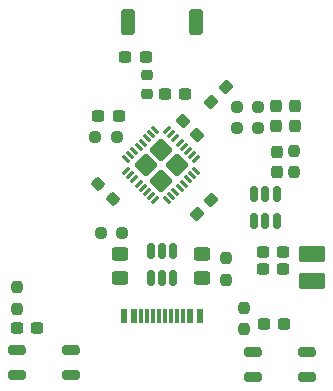
<source format=gtp>
G04 #@! TF.GenerationSoftware,KiCad,Pcbnew,8.0.7-8.0.7-0~ubuntu24.04.1*
G04 #@! TF.CreationDate,2025-01-27T17:00:14+01:00*
G04 #@! TF.ProjectId,KICad_Files,4b494361-645f-4466-996c-65732e6b6963,1*
G04 #@! TF.SameCoordinates,Original*
G04 #@! TF.FileFunction,Paste,Top*
G04 #@! TF.FilePolarity,Positive*
%FSLAX46Y46*%
G04 Gerber Fmt 4.6, Leading zero omitted, Abs format (unit mm)*
G04 Created by KiCad (PCBNEW 8.0.7-8.0.7-0~ubuntu24.04.1) date 2025-01-27 17:00:14*
%MOMM*%
%LPD*%
G01*
G04 APERTURE LIST*
G04 Aperture macros list*
%AMRoundRect*
0 Rectangle with rounded corners*
0 $1 Rounding radius*
0 $2 $3 $4 $5 $6 $7 $8 $9 X,Y pos of 4 corners*
0 Add a 4 corners polygon primitive as box body*
4,1,4,$2,$3,$4,$5,$6,$7,$8,$9,$2,$3,0*
0 Add four circle primitives for the rounded corners*
1,1,$1+$1,$2,$3*
1,1,$1+$1,$4,$5*
1,1,$1+$1,$6,$7*
1,1,$1+$1,$8,$9*
0 Add four rect primitives between the rounded corners*
20,1,$1+$1,$2,$3,$4,$5,0*
20,1,$1+$1,$4,$5,$6,$7,0*
20,1,$1+$1,$6,$7,$8,$9,0*
20,1,$1+$1,$8,$9,$2,$3,0*%
G04 Aperture macros list end*
%ADD10RoundRect,0.237500X-0.237500X0.250000X-0.237500X-0.250000X0.237500X-0.250000X0.237500X0.250000X0*%
%ADD11RoundRect,0.237500X-0.300000X-0.237500X0.300000X-0.237500X0.300000X0.237500X-0.300000X0.237500X0*%
%ADD12RoundRect,0.237500X0.300000X0.237500X-0.300000X0.237500X-0.300000X-0.237500X0.300000X-0.237500X0*%
%ADD13RoundRect,0.237500X-0.250000X-0.237500X0.250000X-0.237500X0.250000X0.237500X-0.250000X0.237500X0*%
%ADD14RoundRect,0.237500X-0.044194X-0.380070X0.380070X0.044194X0.044194X0.380070X-0.380070X-0.044194X0*%
%ADD15RoundRect,0.237500X0.237500X-0.300000X0.237500X0.300000X-0.237500X0.300000X-0.237500X-0.300000X0*%
%ADD16RoundRect,0.237500X0.237500X-0.250000X0.237500X0.250000X-0.237500X0.250000X-0.237500X-0.250000X0*%
%ADD17R,0.600000X1.160000*%
%ADD18R,0.300000X1.160000*%
%ADD19RoundRect,0.250001X0.849999X-0.462499X0.849999X0.462499X-0.849999X0.462499X-0.849999X-0.462499X0*%
%ADD20RoundRect,0.150000X-0.150000X0.512500X-0.150000X-0.512500X0.150000X-0.512500X0.150000X0.512500X0*%
%ADD21RoundRect,0.250000X0.350000X0.850000X-0.350000X0.850000X-0.350000X-0.850000X0.350000X-0.850000X0*%
%ADD22RoundRect,0.237500X0.250000X0.237500X-0.250000X0.237500X-0.250000X-0.237500X0.250000X-0.237500X0*%
%ADD23RoundRect,0.200000X0.550000X-0.200000X0.550000X0.200000X-0.550000X0.200000X-0.550000X-0.200000X0*%
%ADD24RoundRect,0.200000X0.525000X-0.200000X0.525000X0.200000X-0.525000X0.200000X-0.525000X-0.200000X0*%
%ADD25RoundRect,0.218750X0.256250X-0.218750X0.256250X0.218750X-0.256250X0.218750X-0.256250X-0.218750X0*%
%ADD26RoundRect,0.250000X0.450000X-0.325000X0.450000X0.325000X-0.450000X0.325000X-0.450000X-0.325000X0*%
%ADD27RoundRect,0.237500X-0.344715X0.008839X0.008839X-0.344715X0.344715X-0.008839X-0.008839X0.344715X0*%
%ADD28RoundRect,0.237500X-0.380070X0.044194X0.044194X-0.380070X0.380070X-0.044194X-0.044194X0.380070X0*%
%ADD29RoundRect,0.250000X-0.700036X0.000000X0.000000X-0.700036X0.700036X0.000000X0.000000X0.700036X0*%
%ADD30RoundRect,0.062500X-0.282843X0.194454X0.194454X-0.282843X0.282843X-0.194454X-0.194454X0.282843X0*%
%ADD31RoundRect,0.062500X-0.282843X-0.194454X-0.194454X-0.282843X0.282843X0.194454X0.194454X0.282843X0*%
%ADD32RoundRect,0.237500X-0.237500X0.300000X-0.237500X-0.300000X0.237500X-0.300000X0.237500X0.300000X0*%
G04 APERTURE END LIST*
D10*
X94500001Y-105137501D03*
X94500001Y-106962501D03*
D11*
X115437501Y-108300001D03*
X117162501Y-108300001D03*
D12*
X105400001Y-85700001D03*
X103675001Y-85700001D03*
D13*
X101612501Y-100525001D03*
X103437501Y-100525001D03*
D11*
X94512501Y-108625001D03*
X96237501Y-108625001D03*
D14*
X110965121Y-89434881D03*
X112184881Y-88215121D03*
D15*
X116525001Y-95387501D03*
X116525001Y-93662501D03*
D16*
X113700001Y-108712501D03*
X113700001Y-106887501D03*
D17*
X103600001Y-107590001D03*
X104400001Y-107590001D03*
D18*
X105550001Y-107590001D03*
X106550001Y-107590001D03*
X107050001Y-107590001D03*
X108050001Y-107590001D03*
D17*
X109200001Y-107590001D03*
X110000001Y-107590001D03*
X110000001Y-107590001D03*
X109200001Y-107590001D03*
D18*
X108550001Y-107590001D03*
X107550001Y-107590001D03*
X106050001Y-107590001D03*
X105050001Y-107590001D03*
D17*
X104400001Y-107590001D03*
X103600001Y-107590001D03*
D19*
X119500001Y-104662501D03*
X119500001Y-102337501D03*
D10*
X118000001Y-93612501D03*
X118000001Y-95437501D03*
D20*
X116500001Y-97300001D03*
X115550001Y-97300001D03*
X114600001Y-97300001D03*
X114600001Y-99575001D03*
X115550001Y-99575001D03*
X116500001Y-99575001D03*
D21*
X109650001Y-82700001D03*
X103950001Y-82700001D03*
D13*
X101137501Y-92425001D03*
X102962501Y-92425001D03*
D22*
X114962501Y-91675001D03*
X113137501Y-91675001D03*
D23*
X114500001Y-112750001D03*
X119100001Y-112750001D03*
D24*
X114525001Y-110650001D03*
X119050001Y-110650001D03*
D25*
X105500001Y-88787501D03*
X105500001Y-87212501D03*
D22*
X114962501Y-89875001D03*
X113137501Y-89875001D03*
D26*
X103250001Y-104375001D03*
X103250001Y-102325001D03*
D20*
X107750001Y-102062501D03*
X106800001Y-102062501D03*
X105850001Y-102062501D03*
X105850001Y-104337501D03*
X106800001Y-104337501D03*
X107750001Y-104337501D03*
D14*
X109765121Y-98959881D03*
X110984881Y-97740121D03*
D12*
X103112502Y-90650001D03*
X101387500Y-90650001D03*
D26*
X110200001Y-104400001D03*
X110200001Y-102350001D03*
D27*
X101379766Y-96379766D03*
X102670236Y-97670236D03*
D28*
X108540121Y-91065121D03*
X109759881Y-92284881D03*
D10*
X112200001Y-102687501D03*
X112200001Y-104512501D03*
D11*
X107037501Y-88800001D03*
X108762501Y-88800001D03*
D29*
X106721292Y-93513144D03*
X105413144Y-94821292D03*
X108029440Y-94821292D03*
X106721292Y-96129440D03*
D30*
X106226317Y-91851444D03*
X105872764Y-92204997D03*
X105519210Y-92558550D03*
X105165657Y-92912104D03*
X104812104Y-93265657D03*
X104458550Y-93619210D03*
X104104997Y-93972764D03*
X103751444Y-94326317D03*
D31*
X103751444Y-95316267D03*
X104104997Y-95669820D03*
X104458550Y-96023374D03*
X104812104Y-96376927D03*
X105165657Y-96730480D03*
X105519210Y-97084034D03*
X105872764Y-97437587D03*
X106226317Y-97791140D03*
D30*
X107216267Y-97791140D03*
X107569820Y-97437587D03*
X107923374Y-97084034D03*
X108276927Y-96730480D03*
X108630480Y-96376927D03*
X108984034Y-96023374D03*
X109337587Y-95669820D03*
X109691140Y-95316267D03*
D31*
X109691140Y-94326317D03*
X109337587Y-93972764D03*
X108984034Y-93619210D03*
X108630480Y-93265657D03*
X108276927Y-92912104D03*
X107923374Y-92558550D03*
X107569820Y-92204997D03*
X107216267Y-91851444D03*
D32*
X116450001Y-89787501D03*
X116450001Y-91512501D03*
D12*
X117037501Y-102150001D03*
X115312501Y-102150001D03*
X117037501Y-103625001D03*
X115312501Y-103625001D03*
D32*
X118050001Y-89787501D03*
X118050001Y-91512501D03*
D23*
X94500001Y-112575001D03*
X99100001Y-112575001D03*
D24*
X94525001Y-110475001D03*
X99050001Y-110475001D03*
M02*

</source>
